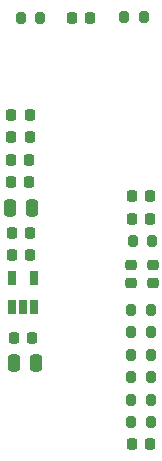
<source format=gbr>
%TF.GenerationSoftware,KiCad,Pcbnew,9.0.0*%
%TF.CreationDate,2025-02-28T11:04:11+07:00*%
%TF.ProjectId,SMT32_Bluepill,534d5433-325f-4426-9c75-6570696c6c2e,rev?*%
%TF.SameCoordinates,Original*%
%TF.FileFunction,Paste,Bot*%
%TF.FilePolarity,Positive*%
%FSLAX46Y46*%
G04 Gerber Fmt 4.6, Leading zero omitted, Abs format (unit mm)*
G04 Created by KiCad (PCBNEW 9.0.0) date 2025-02-28 11:04:11*
%MOMM*%
%LPD*%
G01*
G04 APERTURE LIST*
G04 Aperture macros list*
%AMRoundRect*
0 Rectangle with rounded corners*
0 $1 Rounding radius*
0 $2 $3 $4 $5 $6 $7 $8 $9 X,Y pos of 4 corners*
0 Add a 4 corners polygon primitive as box body*
4,1,4,$2,$3,$4,$5,$6,$7,$8,$9,$2,$3,0*
0 Add four circle primitives for the rounded corners*
1,1,$1+$1,$2,$3*
1,1,$1+$1,$4,$5*
1,1,$1+$1,$6,$7*
1,1,$1+$1,$8,$9*
0 Add four rect primitives between the rounded corners*
20,1,$1+$1,$2,$3,$4,$5,0*
20,1,$1+$1,$4,$5,$6,$7,0*
20,1,$1+$1,$6,$7,$8,$9,0*
20,1,$1+$1,$8,$9,$2,$3,0*%
G04 Aperture macros list end*
%ADD10RoundRect,0.200000X0.200000X0.275000X-0.200000X0.275000X-0.200000X-0.275000X0.200000X-0.275000X0*%
%ADD11RoundRect,0.200000X-0.200000X-0.275000X0.200000X-0.275000X0.200000X0.275000X-0.200000X0.275000X0*%
%ADD12RoundRect,0.250000X0.250000X0.475000X-0.250000X0.475000X-0.250000X-0.475000X0.250000X-0.475000X0*%
%ADD13RoundRect,0.225000X0.225000X0.250000X-0.225000X0.250000X-0.225000X-0.250000X0.225000X-0.250000X0*%
%ADD14RoundRect,0.225000X0.250000X-0.225000X0.250000X0.225000X-0.250000X0.225000X-0.250000X-0.225000X0*%
%ADD15RoundRect,0.225000X-0.225000X-0.250000X0.225000X-0.250000X0.225000X0.250000X-0.225000X0.250000X0*%
%ADD16R,0.650000X1.250000*%
G04 APERTURE END LIST*
D10*
%TO.C,R10*%
X35825000Y-84800000D03*
X34175000Y-84800000D03*
%TD*%
D11*
%TO.C,R9*%
X34175000Y-81000000D03*
X35825000Y-81000000D03*
%TD*%
%TO.C,R11*%
X34175000Y-82900000D03*
X35825000Y-82900000D03*
%TD*%
D12*
%TO.C,C5*%
X26125000Y-81700000D03*
X24225000Y-81700000D03*
%TD*%
D13*
%TO.C,C4*%
X25550000Y-62600000D03*
X24000000Y-62600000D03*
%TD*%
D10*
%TO.C,R1*%
X35225000Y-52400000D03*
X33575000Y-52400000D03*
%TD*%
D13*
%TO.C,C7*%
X25740000Y-79550000D03*
X24190000Y-79550000D03*
%TD*%
D12*
%TO.C,C6*%
X25775000Y-68600000D03*
X23875000Y-68600000D03*
%TD*%
D10*
%TO.C,R6*%
X35925000Y-71400000D03*
X34275000Y-71400000D03*
%TD*%
D14*
%TO.C,C14*%
X36000000Y-74975000D03*
X36000000Y-73425000D03*
%TD*%
D13*
%TO.C,C12*%
X35775000Y-69500000D03*
X34225000Y-69500000D03*
%TD*%
D14*
%TO.C,C13*%
X34100000Y-74975000D03*
X34100000Y-73425000D03*
%TD*%
D13*
%TO.C,C3*%
X25550000Y-60700000D03*
X24000000Y-60700000D03*
%TD*%
%TO.C,C11*%
X25490122Y-66400000D03*
X23940122Y-66400000D03*
%TD*%
%TO.C,C9*%
X35775000Y-67600000D03*
X34225000Y-67600000D03*
%TD*%
D15*
%TO.C,C15*%
X24050000Y-72600000D03*
X25600000Y-72600000D03*
%TD*%
D10*
%TO.C,R5*%
X26456250Y-52468750D03*
X24806250Y-52468750D03*
%TD*%
D11*
%TO.C,R4*%
X34175000Y-77200000D03*
X35825000Y-77200000D03*
%TD*%
D16*
%TO.C,U1*%
X25905000Y-77000000D03*
X24965000Y-77000000D03*
X24025000Y-77000000D03*
X24025000Y-74500000D03*
X25905000Y-74500000D03*
%TD*%
D11*
%TO.C,R2*%
X34175000Y-86700000D03*
X35825000Y-86700000D03*
%TD*%
D13*
%TO.C,C2*%
X35775000Y-88600000D03*
X34225000Y-88600000D03*
%TD*%
%TO.C,C8*%
X25600000Y-70700000D03*
X24050000Y-70700000D03*
%TD*%
D10*
%TO.C,R3*%
X35825000Y-79100000D03*
X34175000Y-79100000D03*
%TD*%
D13*
%TO.C,C10*%
X25490122Y-64479996D03*
X23940122Y-64479996D03*
%TD*%
%TO.C,C1*%
X30675000Y-52468750D03*
X29125000Y-52468750D03*
%TD*%
M02*

</source>
